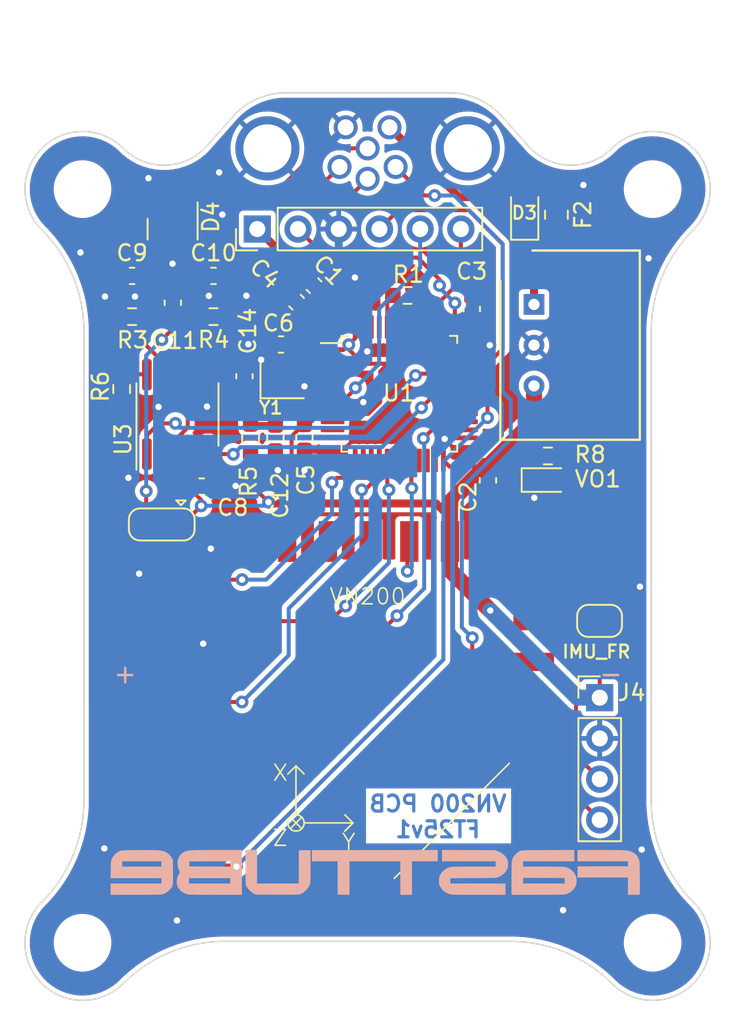
<source format=kicad_pcb>
(kicad_pcb
	(version 20240108)
	(generator "pcbnew")
	(generator_version "8.0")
	(general
		(thickness 1.6)
		(legacy_teardrops no)
	)
	(paper "A4")
	(layers
		(0 "F.Cu" signal)
		(31 "B.Cu" signal)
		(32 "B.Adhes" user "B.Adhesive")
		(33 "F.Adhes" user "F.Adhesive")
		(34 "B.Paste" user)
		(35 "F.Paste" user)
		(36 "B.SilkS" user "B.Silkscreen")
		(37 "F.SilkS" user "F.Silkscreen")
		(38 "B.Mask" user)
		(39 "F.Mask" user)
		(40 "Dwgs.User" user "User.Drawings")
		(41 "Cmts.User" user "User.Comments")
		(42 "Eco1.User" user "User.Eco1")
		(43 "Eco2.User" user "User.Eco2")
		(44 "Edge.Cuts" user)
		(45 "Margin" user)
		(46 "B.CrtYd" user "B.Courtyard")
		(47 "F.CrtYd" user "F.Courtyard")
		(48 "B.Fab" user)
		(49 "F.Fab" user)
		(50 "User.1" user)
		(51 "User.2" user)
		(52 "User.3" user)
		(53 "User.4" user)
		(54 "User.5" user)
		(55 "User.6" user)
		(56 "User.7" user)
		(57 "User.8" user)
		(58 "User.9" user)
	)
	(setup
		(stackup
			(layer "F.SilkS"
				(type "Top Silk Screen")
			)
			(layer "F.Paste"
				(type "Top Solder Paste")
			)
			(layer "F.Mask"
				(type "Top Solder Mask")
				(thickness 0.01)
			)
			(layer "F.Cu"
				(type "copper")
				(thickness 0.035)
			)
			(layer "dielectric 1"
				(type "core")
				(thickness 1.51)
				(material "FR4")
				(epsilon_r 4.5)
				(loss_tangent 0.02)
			)
			(layer "B.Cu"
				(type "copper")
				(thickness 0.035)
			)
			(layer "B.Mask"
				(type "Bottom Solder Mask")
				(thickness 0.01)
			)
			(layer "B.Paste"
				(type "Bottom Solder Paste")
			)
			(layer "B.SilkS"
				(type "Bottom Silk Screen")
			)
			(copper_finish "None")
			(dielectric_constraints no)
		)
		(pad_to_mask_clearance 0)
		(allow_soldermask_bridges_in_footprints no)
		(aux_axis_origin 142.24 63.5)
		(pcbplotparams
			(layerselection 0x00010fc_ffffffff)
			(plot_on_all_layers_selection 0x0000000_00000000)
			(disableapertmacros no)
			(usegerberextensions no)
			(usegerberattributes yes)
			(usegerberadvancedattributes yes)
			(creategerberjobfile no)
			(dashed_line_dash_ratio 12.000000)
			(dashed_line_gap_ratio 3.000000)
			(svgprecision 4)
			(plotframeref no)
			(viasonmask no)
			(mode 1)
			(useauxorigin yes)
			(hpglpennumber 1)
			(hpglpenspeed 20)
			(hpglpendiameter 15.000000)
			(pdf_front_fp_property_popups yes)
			(pdf_back_fp_property_popups yes)
			(dxfpolygonmode yes)
			(dxfimperialunits yes)
			(dxfusepcbnewfont yes)
			(psnegative no)
			(psa4output no)
			(plotreference yes)
			(plotvalue no)
			(plotfptext yes)
			(plotinvisibletext no)
			(sketchpadsonfab no)
			(subtractmaskfromsilk yes)
			(outputformat 1)
			(mirror no)
			(drillshape 0)
			(scaleselection 1)
			(outputdirectory "gerber/")
		)
	)
	(net 0 "")
	(net 1 "Net-(U1-PB2)")
	(net 2 "GND")
	(net 3 "/CAN_H")
	(net 4 "/CAN_L")
	(net 5 "/Vref")
	(net 6 "/NRST")
	(net 7 "/SWCLK")
	(net 8 "/SWDIO")
	(net 9 "/SWO")
	(net 10 "Net-(JP1-A)")
	(net 11 "Net-(U1-BOOT0)")
	(net 12 "Net-(U3-Rs)")
	(net 13 "unconnected-(U1-PC13-Pad2)")
	(net 14 "unconnected-(U1-PC14-Pad3)")
	(net 15 "unconnected-(U1-PC15-Pad4)")
	(net 16 "Net-(U1-PF0)")
	(net 17 "Net-(U1-PF1)")
	(net 18 "unconnected-(U1-PA0-Pad10)")
	(net 19 "unconnected-(U1-PA1-Pad11)")
	(net 20 "unconnected-(U1-PA2-Pad12)")
	(net 21 "unconnected-(U1-PA3-Pad13)")
	(net 22 "unconnected-(U1-PA4-Pad14)")
	(net 23 "Net-(U1-PA5)")
	(net 24 "Net-(U1-PA6)")
	(net 25 "Net-(U1-PA7)")
	(net 26 "unconnected-(U1-PB0-Pad18)")
	(net 27 "unconnected-(U1-PB1-Pad19)")
	(net 28 "unconnected-(VN200-VBAT_RTC-Pad25)")
	(net 29 "unconnected-(U1-PB10-Pad21)")
	(net 30 "unconnected-(U1-PB11-Pad22)")
	(net 31 "unconnected-(U1-PB12-Pad25)")
	(net 32 "unconnected-(U1-PB13-Pad26)")
	(net 33 "unconnected-(U1-PB14-Pad27)")
	(net 34 "unconnected-(U1-PB15-Pad28)")
	(net 35 "unconnected-(U1-PA8-Pad29)")
	(net 36 "Net-(U1-PA9)")
	(net 37 "Net-(U1-PA10)")
	(net 38 "/CAN_RX")
	(net 39 "/CAN_TX")
	(net 40 "Net-(VO1-A)")
	(net 41 "unconnected-(U1-PB4-Pad40)")
	(net 42 "unconnected-(U1-PB5-Pad41)")
	(net 43 "unconnected-(U1-PB6-Pad42)")
	(net 44 "unconnected-(U1-PB7-Pad43)")
	(net 45 "unconnected-(U1-PB8-Pad45)")
	(net 46 "unconnected-(U1-PB9-Pad46)")
	(net 47 "/UART IN")
	(net 48 "/UART OUT")
	(net 49 "unconnected-(VN200-SYNC_OUT-Pad9)")
	(net 50 "unconnected-(VN200-TX1-Pad12)")
	(net 51 "unconnected-(VN200-RX2-Pad13)")
	(net 52 "/PPS")
	(net 53 "/SYNC")
	(net 54 "Net-(JP3-C)")
	(net 55 "Net-(D3-K)")
	(net 56 "Net-(U2-VIN)")
	(net 57 "+24V")
	(net 58 "unconnected-(U1-PA15-Pad38)")
	(net 59 "+3V3")
	(footprint "Connector_PinHeader_2.54mm:PinHeader_1x06_P2.54mm_Vertical" (layer "F.Cu") (at 153.139884 65.991173 90))
	(footprint "Capacitor_SMD:C_0603_1608Metric_Pad1.08x0.95mm_HandSolder" (layer "F.Cu") (at 154.27 79.02 -90))
	(footprint "Connector_PinHeader_2.54mm:PinHeader_1x04_P2.54mm_Vertical" (layer "F.Cu") (at 174.5 95.21))
	(footprint "Fuse:Fuse_0805_2012Metric" (layer "F.Cu") (at 171.8 65.1 -90))
	(footprint (layer "F.Cu") (at 143.14 99))
	(footprint "MountingHole:MountingHole_3.2mm_M3" (layer "F.Cu") (at 177.8 110.49))
	(footprint "Connector_Phoenix_SACC:DSI-M8MS_6CON_M8_L90" (layer "F.Cu") (at 160.02 60.96))
	(footprint "Capacitor_SMD:C_0603_1608Metric_Pad1.08x0.95mm_HandSolder" (layer "F.Cu") (at 166.52 70.98 90))
	(footprint "IMU:VN-200" (layer "F.Cu") (at 160.02 99.06))
	(footprint "MountingHole:MountingHole_3.2mm_M3" (layer "F.Cu") (at 142.24 63.5))
	(footprint "Capacitor_SMD:C_0603_1608Metric_Pad1.08x0.95mm_HandSolder" (layer "F.Cu") (at 149.67 82.049092))
	(footprint "Package_SO:SOIC-8_3.9x4.9mm_P1.27mm" (layer "F.Cu") (at 148.16 77.549092 90))
	(footprint "Capacitor_SMD:C_0603_1608Metric_Pad1.08x0.95mm_HandSolder" (layer "F.Cu") (at 147.87 70.59 90))
	(footprint "Jumper:SolderJumper-3_P1.3mm_Open_RoundedPad1.0x1.5mm" (layer "F.Cu") (at 147.18 84.41 180))
	(footprint "Capacitor_SMD:C_0603_1608Metric_Pad1.08x0.95mm_HandSolder" (layer "F.Cu") (at 167.53 81.66 -90))
	(footprint "Capacitor_SMD:C_0603_1608Metric_Pad1.08x0.95mm_HandSolder" (layer "F.Cu") (at 155.59 70.55 135))
	(footprint "Capacitor_SMD:C_0603_1608Metric_Pad1.08x0.95mm_HandSolder" (layer "F.Cu") (at 150.41 68.9125))
	(footprint "Capacitor_SMD:C_0603_1608Metric_Pad1.08x0.95mm_HandSolder" (layer "F.Cu") (at 156.68 69.52 135))
	(footprint "LED_SMD:LED_0603_1608Metric_Pad1.05x0.95mm_HandSolder" (layer "F.Cu") (at 171.2925 81.64))
	(footprint "Jumper:SolderJumper-2_P1.3mm_Open_RoundedPad1.0x1.5mm" (layer "F.Cu") (at 174.49 90.42))
	(footprint "MountingHole:MountingHole_3.2mm_M3" (layer "F.Cu") (at 177.8 63.5))
	(footprint "Package_QFP:LQFP-48_7x7mm_P0.5mm" (layer "F.Cu") (at 162 76.26))
	(footprint "Resistor_SMD:R_0603_1608Metric_Pad0.98x0.95mm_HandSolder" (layer "F.Cu") (at 162.510628 70.130622 180))
	(footprint "Capacitor_SMD:C_0603_1608Metric" (layer "F.Cu") (at 154.62 73.19))
	(footprint "Crystal:Crystal_SMD_2016-4Pin_2.0x1.6mm" (layer "F.Cu") (at 154.69 75.39))
	(footprint "Capacitor_SMD:C_0603_1608Metric_Pad1.08x0.95mm_HandSolder" (layer "F.Cu") (at 145.33 68.9125))
	(footprint "Diode_SMD:D_SOD-323" (layer "F.Cu") (at 169.82 65.0475 90))
	(footprint "Resistor_SMD:R_0603_1608Metric_Pad0.98x0.95mm_HandSolder" (layer "F.Cu") (at 152.72 79.06 90))
	(footprint "Capacitor_SMD:C_0603_1608Metric_Pad1.08x0.95mm_HandSolder" (layer "F.Cu") (at 156.08 78.98 -90))
	(footprint "Package_TO_SOT_SMD:SOT-23" (layer "F.Cu") (at 147.85654 65.998629 -90))
	(footprint "Resistor_SMD:R_0603_1608Metric_Pad0.98x0.95mm_HandSolder" (layer "F.Cu") (at 150.41 71.4525 180))
	(footprint "Resistor_SMD:R_0603_1608Metric_Pad0.98x0.95mm_HandSolder" (layer "F.Cu") (at 144.68 75.966592 90))
	(footprint "FaSTTUBe_Voltage_Regulators:MagI3C-FDSM-SIP-3" (layer "F.Cu") (at 172.882 73.23 -90))
	(footprint "Resistor_SMD:R_0603_1608Metric_Pad0.98x0.95mm_HandSolder" (layer "F.Cu") (at 145.33 71.4525 180))
	(footprint "Resistor_SMD:R_0603_1608Metric_Pad0.98x0.95mm_HandSolder" (layer "F.Cu") (at 171.27 80.14))
	(footprint "MountingHole:MountingHole_3.2mm_M3" (layer "F.Cu") (at 142.24 110.49))
	(footprint "Capacitor_SMD:C_0603_1608Metric" (layer "F.Cu") (at 152.34 75.17 90))
	(footprint "LOGO"
		(layer "B.Cu")
		(uuid "28083054-acf2-48da-aa86-bbc18c66292b")
		(at 160.5 106.07 180)
		(property "Reference" "G***"
			(at 0 0 0)
			(layer "B.SilkS")
			(hide yes)
			(uuid "ce9dc2c3-f6f7-4ece-a880-2d9e406b3fa6")
			(effects
				(font
					(size 1.5 1.5)
					(thickness 0.3)
				)
				(justify mirror)
			)
		)
		(property "Value" "LOGO"
			(at 0.75 0 0)
			(layer "B.SilkS")
			(hide yes)
			(uuid "d5f683b5-6ec4-4c97-a578-7908431613b8")
			(effects
				(font
					(size 1.5 1.5)
					(thickness 0.3)
				)
				(justify mirror)
			)
		)
		(property "Footprint" ""
			(at 0 0 0)
			(layer "F.Fab")
			(hide yes)
			(uuid "8bdf3c80-e812-494c-a24a-bd9936858707")
			(effects
				(font
					(size 1.27 1.27)
					(thickness 0.15)
				)
			)
		)
		(property "Datasheet" ""
			(at 0 0 0)
			(layer "F.Fab")
			(hide yes)
			(uuid "74ddb17c-8a7d-49f2-9428-f511d0fb7908")
			(effects
				(font
					(size 1.27 1.27)
					(thickness 0.15)
				)
			)
		)
		(property "Description" ""
			(at 0 0 0)
			(layer "F.Fab")
			(hide yes)
			(uuid "c9395cb6-ad11-4800-bcb4-a2e8c4730490")
			(effects
				(font
					(size 1.27 1.27)
					(thickness 0.15)
				)
			)
		)
		(attr board_only exclude_from_pos_files exclude_from_bom)
		(fp_poly
			(pts
				(xy 0.027513 1.359202) (xy 3.950867 1.353639) (xy 3.956929 1.006976) (xy 3.96299 0.660312) (xy 3.159267 0.660312)
				(xy 2.355544 0.660312) (xy 2.349826 -0.37968) (xy 2.344108 -1.419671) (xy 1.975434 -1.425706) (xy 1.60676 -1.43174)
				(xy 1.60676 -0.385714) (xy 1.60676 0.660312) (xy 0.022011 0.660312) (xy -1.562738 0.660312) (xy -1.562738 -0.385182)
				(xy -1.562738 -1.430676) (xy -1.925909 -1.430676) (xy -2.289081 -1.430676) (xy -2.289081 -0.385182)
				(xy -2.289081 0.660312) (xy -3.092461 0.660312) (xy -3.89584 0.660312) (xy -3.89584 1.012539) (xy -3.89584 1.364765)
			)
			(stroke
				(width 0)
				(type solid)
			)
			(fill solid)
			(layer "B.SilkS")
			(uuid "884763a6-8287-43c8-a27f-c91dedef9b36")
		)
		(fp_poly
			(pts
				(xy 8.095112 0.280632) (xy 8.088822 -0.80338) (xy 8.025256 -0.924197) (xy 7.946096 -1.043556) (xy 7.838611 -1.163023)
				(xy 7.71643 -1.269389) (xy 7.593185 -1.349442) (xy 7.579157 -1.356561) (xy 7.45052 -1.419671) (xy 6.118891 -1.423976)
				(xy 5.833391 -1.42474) (xy 5.588644 -1.425007) (xy 5.381383 -1.424716) (xy 5.208343 -1.423805) (xy 5.066257 -1.422214)
				(xy 4.951859 -1.419881) (xy 4.861885 -1.416745) (xy 4.793066 -1.412745) (xy 4.742138 -1.407821)
				(xy 4.705835 -1.40191) (xy 4.687529 -1.397201) (xy 4.553748 -1.336714) (xy 4.419041 -1.24243) (xy 4.292697 -1.123371)
				(xy 4.184003 -0.988561) (xy 4.102246 -0.847023) (xy 4.088571 -0.815317) (xy 4.077107 -0.785875)
				(xy 4.06758 -0.756798) (xy 4.059809 -0.723905) (xy 4.053614 -0.683013) (xy 4.048815 -0.629942) (xy 4.045231 -0.560509)
				(xy 4.042682 -0.470533) (xy 4.040987 -0.355832) (xy 4.039967 -0.212224) (xy 4.039441 -0.035527)
				(xy 4.039229 0.17844) (xy 4.039176 0.330156) (xy 4.038909 1.353639) (xy 4.40208 1.353639) (xy 4.765252 1.353639)
				(xy 4.77097 0.313648) (xy 4.776688 -0.726343) (xy 6.075086 -0.726343) (xy 7.373484 -0.726343) (xy 7.373484 0.319151)
				(xy 7.373484 1.364645) (xy 7.737443 1.364645) (xy 8.101402 1.364645)
			)
			(stroke
				(width 0)
				(type solid)
			)
			(fill solid)
			(layer "B.SilkS")
			(uuid "5742558e-5e69-4a3b-ab36-3be7354c490f")
		)
		(fp_poly
			(pts
				(xy -12.611958 1.012478) (xy -12.611958 0.660312) (xy -14.185701 0.660312) (xy -15.759445 0.660312)
				(xy -15.759445 0.506386) (xy -15.759445 0.352459) (xy -14.191204 0.34681) (xy -12.622963 0.341161)
				(xy -12.616902 -0.005503) (xy -12.61084 -0.352167) (xy -14.185143 -0.352167) (xy -15.759445 -0.352167)
				(xy -15.759445 -0.891421) (xy -15.759445 -1.430676) (xy -16.123307 -1.430676) (xy -16.26246 -1.430011)
				(xy -16.363388 -1.427692) (xy -16.431875 -1.423237) (xy -16.473701 -1.416163) (xy -16.494648 -1.405984)
				(xy -16.499232 -1.399241) (xy -16.501518 -1.371371) (xy -16.503285 -1.304018) (xy -16.504521 -1.201718)
				(xy -16.505211 -1.069007) (xy -16.50534 -0.91042) (xy -16.504894 -0.730493) (xy -16.503859 -0.53376)
				(xy -16.502527 -0.35925) (xy -16.500245 -0.116518) (xy -16.497877 0.086304) (xy -16.495254 0.253329)
				(xy -16.492208 0.388669) (xy -16.48857 0.496434) (xy -16.484172 0.580736) (xy -16.478845 0.645688)
				(xy -16.47242 0.6954) (xy -16.464729 0.733984) (xy -16.456514 0.762812) (xy -16.379227 0.932501)
				(xy -16.268069 1.074234) (xy -16.123373 1.18777) (xy -15.945468 1.272869) (xy -15.734685 1.329289)
				(xy -15.662474 1.340952) (xy -15.601264 1.346166) (xy -15.497969 1.350792) (xy -15.354523 1.354803)
				(xy -15.172858 1.358171) (xy -14.954907 1.360866) (xy -14.702602 1.362861) (xy -14.417878 1.364127)
				(xy -14.102665 1.364635) (xy -14.052046 1.364645) (xy -12.611958 1.364645)
			)
			(stroke
				(width 0)
				(type solid)
			)
			(fill solid)
			(layer "B.SilkS")
			(uuid "e5ed03c2-f386-48b7-8885-d395840cfdbf")
		)
		(fp_poly
			(pts
				(xy 10.183098 1.364467) (xy 10.46633 1.36385) (xy 10.711984 1.362663) (xy 10.92328 1.360776) (xy 11.103438 1.358061)
				(xy 11.25568 1.354388) (xy 11.383226 1.349628) (xy 11.489296 1.343651) (xy 11.577111 1.336328) (xy 11.649893 1.32753)
				(xy 11.71086 1.317127) (xy 11.763234 1.30499) (xy 11.810236 1.290989) (xy 11.825999 1.285629) (xy 11.986472 1.207396)
				(xy 12.123285 1.095959) (xy 12.230787 0.957402) (xy 12.303327 0.797808) (xy 12.314094 0.760237)
				(xy 12.341352 0.611229) (xy 12.342435 0.467263) (xy 12.316047 0.317389) (xy 12.260888 0.150657)
				(xy 12.234026 0.085075) (xy 12.190522 -0.016938) (xy 12.255761 -0.135029) (xy 12.33894 -0.321612)
				(xy 12.383582 -0.507621) (xy 12.38925 -0.687989) (xy 12.355512 -0.857649) (xy 12.324414 -0.935442)
				(xy 12.237081 -1.072267) (xy 12.115258 -1.195431) (xy 11.967921 -1.298258) (xy 11.804042 -1.374072)
				(xy 11.691941 -1.405909) (xy 11.647155 -1.411314) (xy 11.566363 -1.416023) (xy 11.44855 -1.420049)
				(xy 11.292702 -1.423406) (xy 11.097804 -1.42611) (xy 10.862842 -1.428174) (xy 10.586799 -1.429613)
				(xy 10.268662 -1.430441) (xy 9.947617 -1.430676) (xy 8.319931 -1.430676) (xy 8.319931 -0.396187)
				(xy 9.046274 -0.396187) (xy 9.046274 -0.561265) (xy 9.046274 -0.726343) (xy 10.333883 -0.726343)
				(xy 11.621491 -0.726343) (xy 11.621491 -0.561265) (xy 11.621491 -0.396187) (xy 10.333883 -0.396187)
				(xy 9.046274 -0.396187) (xy 8.319931 -0.396187) (xy 8.319931 -0.033016) (xy 8.319931 0.660669) (xy 9.046274 0.660669)
				(xy 9.046274 0.495234) (xy 9.046274 0.329798) (xy 10.317375 0.33548) (xy 11.588475 0.341161) (xy 11.588475 0.495234)
				(xy 11.588475 0.649307) (xy 10.317375 0.654988) (xy 9.046274 0.660669) (xy 8.319931 0.660669) (xy 8.319931 1.364645)
				(xy 9.859066 1.364645)
			)
			(stroke
				(width 0)
				(type solid)
			)
			(fill solid)
			(layer "B.SilkS")
			(uuid "7f0a1720-4e70-44f6-bde0-a3d6909caf6a")
		)
		(fp_poly
			(pts
				(xy -10.779592 1.359643) (xy -10.470987 1.358391) (xy -10.203264 1.357144) (xy -9.973289 1.355817)
				(xy -9.777922 1.354325) (xy -9.614028 1.352584) (xy -9.478468 1.350508) (xy -9.368107 1.348012)
				(xy -9.279806 1.345013) (xy -9.210428 1.341424) (xy -9.156837 1.337162) (xy -9.115896 1.332142)
				(xy -9.084466 1.326278) (xy -9.059411 1.319486) (xy -9.039989 1.312613) (xy -8.943578 1.261006)
				(xy -8.838692 1.181472) (xy -8.737632 1.084898) (xy -8.652697 0.982167) (xy -8.63214 0.95168) (xy -8.601965 0.903019)
				(xy -8.576613 0.857319) (xy -8.555664 0.810381) (xy -8.538697 0.758004) (xy -8.525295 0.695986)
				(xy -8.515036 0.620129) (xy -8.507502 0.52623) (xy -8.502273 0.41009) (xy -8.49893 0.267508) (xy -8.497052 0.094284)
				(xy -8.496221 -0.113784) (xy -8.496016 -0.360895) (xy -8.496013 -0.411187) (xy -8.496013 -1.430676)
				(xy -10.141291 -1.428708) (xy -10.471045 -1.428136) (xy -10.759259 -1.427233) (xy -11.008413 -1.425956)
				(xy -11.220987 -1.424262) (xy -11.399461 -1.42211) (xy -11.546315 -1.419456) (xy -11.664029 -1.416258)
				(xy -11.755082 -1.412473) (xy -11.821956 -1.40806) (xy -11.867129 -1.402975) (xy -11.887982 -1.398773)
				(xy -12.072084 -1.327099) (xy -12.234935 -1.221875) (xy -12.371232 -1.08816) (xy -12.475677 -0.931011)
				(xy -12.5362 -0.78023) (xy -12.545352 -0.726343) (xy -11.821435 -0.726343) (xy -10.521896 -0.726343)
				(xy -9.222357 -0.726343) (xy -9.222357 -0.550084) (xy -9.222357 -0.373825) (xy -10.515467 -0.379504)
				(xy -11.808578 -0.385182) (xy -11.815007 -0.555763) (xy -11.821435 -0.726343) (xy -12.545352 -0.726343)
				(xy -12.566607 -0.601198) (xy -12.556485 -0.423907) (xy -12.509184 -0.253625) (xy -12.428055 -0.095623)
				(xy -12.316448 0.044831) (xy -12.177712 0.162466) (xy -12.015198 0.252012) (xy -11.846013 0.305388)
				(xy -11.7936 0.31171) (xy -11.700072 0.317087) (xy -11.564973 0.321528) (xy -11.38785 0.325041)
				(xy -11.168246 0.327635) (xy -10.905709 0.329316) (xy -10.599782 0.330095) (xy -10.475866 0.330156)
				(xy -9.222357 0.330156) (xy -9.222357 0.495234) (xy -9.222357 0.660312) (xy -10.81811 0.660312)
				(xy -12.413864 0.660312) (xy -12.413864 1.013152) (xy -12.413864 1.365992)
			)
			(stroke
				(width 0)
				(type solid)
			)
			(fill solid)
			(layer "B.SilkS")
			(uuid "bbab021f-f57b-4205-a006-fc15e5ffa1d4")
		)
		(fp_poly
			(pts
				(xy 14.542146 1.360743) (xy 14.713952 1.359657) (xy 14.965023 1.357759) (xy 15.176003 1.355752)
				(xy 15.350821 1.353492) (xy 15.493406 1.35083) (xy 15.607687 1.34762) (xy 15.697594 1.343716) (xy 15.767056 1.338972)
				(xy 15.820002 1.333239) (xy 15.860362 1.326373) (xy 15.892064 1.318226) (xy 15.90089 1.315369) (xy 16.065529 1.23732)
				(xy 16.214674 1.123368) (xy 16.340626 0.980936) (xy 16.435686 0.817448) (xy 16.448447 0.787532)
				(xy 16.463418 0.7471) (xy 16.475032 0.704805) (xy 16.483832 0.65424) (xy 16.490358 0.588995) (xy 16.495152 0.502664)
				(xy 16.498753 0.388839) (xy 16.501705 0.241111) (xy 16.503329 0.137565) (xy 16.511238 -0.396187)
				(xy 14.92477 -0.396187) (xy 13.338302 -0.396187) (xy 13.338302 -0.561265) (xy 13.338302 -0.726343)
				(xy 14.923051 -0.726343) (xy 16.507799 -0.726343) (xy 16.507799 -1.07851) (xy 16.507799 -1.430676)
				(xy 14.928553 -1.429204) (xy 14.606997 -1.428723) (xy 14.326926 -1.427892) (xy 14.085805 -1.426666)
				(xy 13.881098 -1.424999) (xy 13.710271 -1.422848) (xy 13.570789 -1.420167) (xy 13.460118 -1.416912)
				(xy 13.375721 -1.413039) (xy 13.315064 -1.408501) (xy 13.275612 -1.403256) (xy 13.261266 -1.399814)
				(xy 13.115016 -1.340945) (xy 12.982205 -1.258539) (xy 12.849698 -1.144218) (xy 12.830024 -1.12479)
				(xy 12.775152 -1.069224) (xy 12.730216 -1.019713) (xy 12.694267 -0.971288) (xy 12.666354 -0.918983)
				(xy 12.645528 -0.85783) (xy 12.630838 -0.782862) (xy 12.621336 -0.689111) (xy 12.61607 -0.57161)
				(xy 12.61409 -0.425391) (xy 12.614448 -0.245487) (xy 12.616193 -0.026931) (xy 12.616365 -0.007526)
				(xy 12.622282 0.660312) (xy 13.338302 0.660312) (xy 13.338302 0.495234) (xy 13.338302 0.330156)
				(xy 14.559879 0.330156) (xy 15.781456 0.330156) (xy 15.781456 0.495234) (xy 15.781456 0.660312)
				(xy 14.559879 0.660312) (xy 13.338302 0.660312) (xy 12.622282 0.660312) (xy 12.6
... [305103 chars truncated]
</source>
